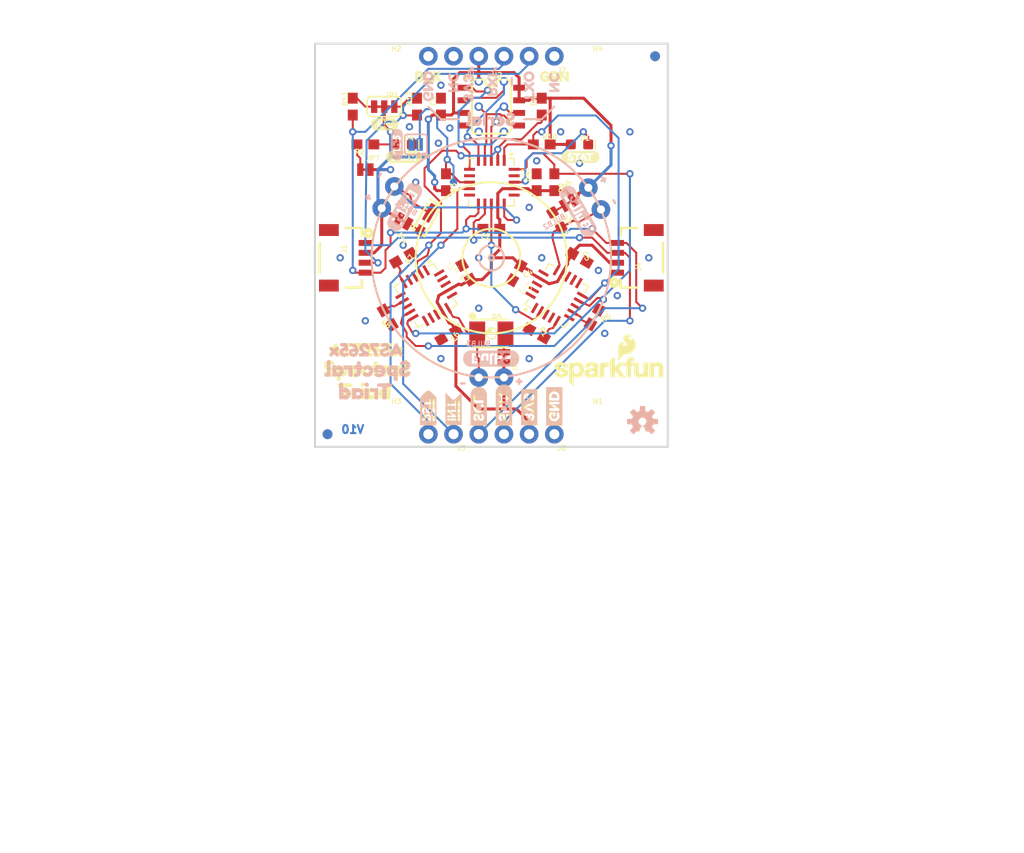
<source format=kicad_pcb>
(kicad_pcb (version 20211014) (generator pcbnew)
  (layers (0 "F.Cu" signal) (31 "B.Cu" signal) (34 "B.Paste" user) (35 "F.Paste" user) (36 "B.SilkS" user "B.Silkscreen") (37 "F.SilkS" user "F.Silkscreen") (38 "B.Mask" user) (39 "F.Mask" user) (44 "Edge.Cuts" user))
  (net 0 "")
  (net 1 "GND")
  (net 2 "RX/SCL")
  (net 3 "TX/SDA")
  (net 4 "3.3V")
  (net 5 "~{RST}")
  (net 6 "~{INT}")
  (net 7 "N$4")
  (net 8 "N$5")
  (net 9 "I2C_ENB")
  (net 10 "MISO")
  (net 11 "MOSI")
  (net 12 "SCK")
  (net 13 "~{CS_EE}")
  (net 14 "N$2")
  (net 15 "LED_DRV")
  (net 16 "N$6")
  (net 17 "LED_DRV1")
  (net 18 "N$8")
  (net 19 "SCL_S")
  (net 20 "SDA_S")
  (net 21 "N$3")
  (net 22 "N$9")
  (net 23 "~{RST-ADDR}")
  (net 24 "LED_DRV2")
  (net 25 "N$11")
  (net 26 "N$12")
  (net 27 "N$13")
  (net 28 "N$1")
  (net 29 "N$7")
  (footprint "boardEagle:0603" (layer "F.Cu") (at 138.052506 112.306096 120)
    (fp_text reference "R8")
    (fp_text value "10k")
  )
  (footprint "boardEagle:GND-04" (layer "F.Cu") (at 154.8511 123.672599 90)
    (fp_text reference "U$30" hide)
    (fp_text value "" hide)
  )
  (footprint "boardEagle:0603" (layer "F.Cu") (at 153.58109 91.033649 90)
    (fp_text reference "R4")
    (fp_text value "10k")
  )
  (footprint "boardEagle:1X04_NO_SILK" (layer "F.Cu") (at 154.85109 124.053553 180)
    (fp_text reference "J8")
    (fp_text value "PTH")
  )
  (footprint "boardEagle:I_SUPER2_C-()-03" (layer "F.Cu") (at 136.3091 92.811599)
    (fp_text reference "U$2" hide)
    (fp_text value "" hide)
  )
  (footprint "boardEagle:STAND-OFF" (layer "F.Cu") (at 158.6611 122.783599)
    (fp_text reference "H1")
    (fp_text value "STAND-OFF" hide)
  )
  (footprint "boardEagle:SFE_LOGO_NAME_FLAME_.1" (layer "F.Cu") (at 160.4391 117.703599)
    (fp_text reference "LOGO1" hide)
    (fp_text value "SFE_LOGO_NAME_FLAME.1_INCH" hide)
  )
  (footprint "boardEagle:PWR-()-03" (layer "F.Cu") (at 137.8331 96.113599)
    (fp_text reference "U$3" hide)
    (fp_text value "" hide)
  )
  (footprint "boardEagle:0603" (layer "F.Cu") (at 157.391056 106.273599 -30)
    (fp_text reference "C5")
    (fp_text value "10uF")
  )
  (footprint "boardEagle:GRN6" (layer "F.Cu") (at 152.3111 87.985599)
    (fp_text reference "U$18" hide)
    (fp_text value "" hide)
  )
  (footprint "boardEagle:0603" (layer "F.Cu") (at 145.97144 107.734096 120)
    (fp_text reference "C7")
    (fp_text value "10uF")
  )
  (footprint "boardEagle:STAND-OFF" (layer "F.Cu") (at 138.3411 87.223599)
    (fp_text reference "H2")
    (fp_text value "STAND-OFF" hide)
  )
  (footprint "boardEagle:STAT4" (layer "F.Cu") (at 155.4861 96.113599)
    (fp_text reference "U$10" hide)
    (fp_text value "" hide)
  )
  (footprint "boardEagle:LED-0603" (layer "F.Cu") (at 157.391075 94.843634)
    (fp_text reference "D1")
    (fp_text value "BLUE")
  )
  (footprint "boardEagle:SMT-JUMPER_2_NC_TRACE_NO-SILK" (layer "F.Cu") (at 149.771096 116.30659 -90)
    (fp_text reference "JP3")
    (fp_text value "")
  )
  (footprint "boardEagle:TRIAD2" (layer "F.Cu") (at 131.6101 119.735599)
    (fp_text reference "U$11" hide)
    (fp_text value "" hide)
  )
  (footprint "boardEagle:SO08" (layer "F.Cu") (at 148.5011 91.033646 -90)
    (fp_text reference "U2")
    (fp_text value "4MB Flash")
  )
  (footprint "boardEagle:3V3-04" (layer "F.Cu") (at 152.3111 123.672599 90)
    (fp_text reference "U$31" hide)
    (fp_text value "" hide)
  )
  (footprint "boardEagle:0603" (layer "F.Cu") (at 144.192868 114.065581 -150)
    (fp_text reference "C6")
    (fp_text value "0.1uF")
  )
  (footprint "boardEagle:AS7265X0" (layer "F.Cu") (at 130.9751 115.544599)
    (fp_text reference "U$4" hide)
    (fp_text value "" hide)
  )
  (footprint "boardEagle:0603" (layer "F.Cu") (at 143.929137 98.653631 -90)
    (fp_text reference "R3")
    (fp_text value "10k")
  )
  (footprint "boardEagle:1X04_1MM_RA" (layer "F.Cu") (at 161.201053 106.273599 90)
    (fp_text reference "J4")
    (fp_text value "")
  )
  (footprint "boardEagle:0603" (layer "F.Cu") (at 141.008112 91.033649 90)
    (fp_text reference "R12")
    (fp_text value "2.2k")
  )
  (footprint "boardEagle:STAND-OFF" (layer "F.Cu") (at 158.6611 87.223599)
    (fp_text reference "H4")
    (fp_text value "STAND-OFF" hide)
  )
  (footprint "boardEagle:1X02_NO_SILK" (layer "F.Cu") (at 144.691109 124.053553 180)
    (fp_text reference "J3")
    (fp_text value "")
  )
  (footprint "boardEagle:0603" (layer "F.Cu") (at 153.073068 98.653631 90)
    (fp_text reference "C3")
    (fp_text value "10uF")
  )
  (footprint "boardEagle:FIDUCIAL-1X2" (layer "F.Cu") (at 131.9911 124.053599)
    (fp_text reference "FD1" hide)
    (fp_text value "FIDUCIAL1X2" hide)
  )
  (footprint "boardEagle:SMT-JUMPER_2_NC_TRACE_NO-SILK" (layer "F.Cu") (at 135.8011 97.383599)
    (fp_text reference "JP7")
    (fp_text value "")
  )
  (footprint "boardEagle:CREATIVE_COMMONS" (layer "F.Cu") (at 119.2911 165.963599)
    (fp_text reference "FRAME3" hide)
    (fp_text value "FRAME-LETTER" hide)
  )
  (footprint "boardEagle:1X06_NO_SILK" (layer "F.Cu") (at 154.851093 85.95364 180)
    (fp_text reference "J2")
    (fp_text value "Serial Interface" hide)
  )
  (footprint "boardEagle:1X04_1MM_RA" (layer "F.Cu") (at 135.801146 106.273599 -90)
    (fp_text reference "J1")
    (fp_text value "")
  )
  (footprint "boardEagle:0603" (layer "F.Cu") (at 139.611143 106.273599 -150)
    (fp_text reference "R7")
    (fp_text value "10k")
  )
  (footprint "boardEagle:STAND-OFF" (layer "F.Cu") (at 138.3411 122.783599)
    (fp_text reference "H3")
    (fp_text value "STAND-OFF" hide)
  )
  (footprint "boardEagle:SPECTRAL1" (layer "F.Cu") (at 130.2131 117.449599)
    (fp_text reference "U$9" hide)
    (fp_text value "" hide)
  )
  (footprint "boardEagle:LGA20" (layer "F.Cu") (at 155.09999 110.083565 60)
    (fp_text reference "U3")
    (fp_text value "AS72652")
  )
  (footprint "boardEagle:LGA20" (layer "F.Cu") (at 148.5011 98.653646 -90)
    (fp_text reference "U1")
    (fp_text value "AS72651")
  )
  (footprint "boardEagle:SMT-JUMPER_2_NC_TRACE_NO-SILK" (layer "F.Cu") (at 156.305481 100.741212 30)
    (fp_text reference "JP5")
    (fp_text value "")
  )
  (footprint "boardEagle:0603" (layer "F.Cu") (at 154.851068 98.653637 -90)
    (fp_text reference "R9")
    (fp_text value "2.2k")
  )
  (footprint "boardEagle:0603" (layer "F.Cu") (at 151.041062 107.797574 -120)
    (fp_text reference "C4")
    (fp_text value "0.1uF")
  )
  (footprint "boardEagle:0603" (layer "F.Cu") (at 135.8011 94.843599 180)
    (fp_text reference "R2")
    (fp_text value "1k")
  )
  (footprint "boardEagle:LED-0603" (layer "F.Cu") (at 139.6111 94.843599)
    (fp_text reference "D4")
    (fp_text value "RED")
  )
  (footprint "boardEagle:0603" (layer "F.Cu") (at 153.073062 113.893568 -30)
    (fp_text reference "R1")
    (fp_text value "10k")
  )
  (footprint "boardEagle:SMT-JUMPER_2_NC_TRACE_NO-SILK" (layer "F.Cu") (at 139.648234 102.593003 150)
    (fp_text reference "JP4")
    (fp_text value "")
  )
  (footprint "boardEagle:PLCC-2" (layer "F.Cu") (at 148.5011 113.893599)
    (fp_text reference "D5")
    (fp_text value "UV")
  )
  (footprint "boardEagle:SUPER_BRIGHT_SMD_LED_3014" (layer "F.Cu") (at 141.902209 102.463634 60)
    (fp_text reference "D2")
    (fp_text value "5700k")
  )
  (footprint "boardEagle:SCL-[)" (layer "F.Cu") (at 147.2311 123.672599 90)
    (fp_text reference "U$33" hide)
    (fp_text value "" hide)
  )
  (footprint "boardEagle:0603" (layer "F.Cu") (at 153.58109 94.84364)
    (fp_text reference "R10")
    (fp_text value "2.2k")
  )
  (footprint "boardEagle:INT#-[_-04" (layer "F.Cu") (at 144.6911 123.799599 90)
    (fp_text reference "U$34" hide)
    (fp_text value "" hide)
  )
  (footprint "boardEagle:0603" (layer "F.Cu") (at 158.9151 112.242599 -120)
    (fp_text reference "R5")
    (fp_text value "10k")
  )
  (footprint "boardEagle:0603" (layer "F.Cu") (at 148.5011 103.352646 180)
    (fp_text reference "C2")
    (fp_text value "0.1uF")
  )
  (footprint "boardEagle:LED-0603" (layer "F.Cu") (at 155.1051 102.463599 -60)
    (fp_text reference "D3")
    (fp_text value "IR")
  )
  (footprint "boardEagle:0603" (layer "F.Cu") (at 143.421112 91.033653 90)
    (fp_text reference "C1")
    (fp_text value "1.0uF")
  )
  (footprint "boardEagle:RST#-[_-04" (layer "F.Cu") (at 142.1511 123.799599 90)
    (fp_text reference "U$35" hide)
    (fp_text value "" hide)
  )
  (footprint "boardEagle:0603" (layer "F.Cu") (at 134.531128 91.033631 90)
    (fp_text reference "R11")
    (fp_text value "2.2k")
  )
  (footprint "boardEagle:BLK7" (layer "F.Cu") (at 139.8651 87.985599)
    (fp_text reference "U$16" hide)
    (fp_text value "" hide)
  )
  (footprint "boardEagle:FIDUCIAL-1X2" (layer "F.Cu") (at 165.0111 85.953599)
    (fp_text reference "FD2" hide)
    (fp_text value "FIDUCIAL1X2" hide)
  )
  (footprint "boardEagle:LGA20" (layer "F.Cu") (at 141.902218 110.083568 -60)
    (fp_text reference "U4")
    (fp_text value "AS72653")
  )
  (footprint "boardEagle:SMT-JUMPER_3_2-NC_TRACE_SILK" (layer "F.Cu") (at 137.7061 91.033599)
    (fp_text reference "JP1")
    (fp_text value "")
  )
  (footprint "boardEagle:SDA-[)" (layer "F.Cu") (at 149.7711 123.672599 90)
    (fp_text reference "U$32" hide)
    (fp_text value "" hide)
  )
  (footprint "boardEagle:CREATIVE_COMMONS" (layer "F.Cu") (at 119.2911 155.803599)
    (fp_text reference "FRAME1" hide)
    (fp_text value "FRAME-LETTER" hide)
  )
  (footprint "boardEagle:INT#-[_-04" (layer "B.Cu") (at 144.6911 123.799599 90)
    (fp_text reference "U$28" hide)
    (fp_text value "" hide)
  )
  (footprint "boardEagle:BULB37" (layer "B.Cu") (at 145.5801 116.433599)
    (fp_text reference "U$7" hide)
    (fp_text value "" hide)
  )
  (footprint "boardEagle:SMT-JUMPER_2_NO_SILK" (layer "B.Cu") (at 140.8811 94.843599)
    (fp_text reference "JP2")
    (fp_text value "")
  )
  (footprint "boardEagle:SPECTRAL1" (layer "B.Cu") (at 141.7701 117.449599 180)
    (fp_text reference "U$13" hide)
    (fp_text value "" hide)
  )
  (footprint "boardEagle:GND5" (layer "B.Cu") (at 142.1511 91.414599 90)
    (fp_text reference "U$17" hide)
    (fp_text value "" hide)
  )
  (footprint "boardEagle:2X3_TEST_POINTS" (layer "B.Cu") (at 148.5011 91.033646 -90)
    (fp_text reference "J5")
    (fp_text value "Flash Programming")
  )
  (footprint "boardEagle:#1" (layer "B.Cu") (at 137.7061 96.748599 -120)
    (fp_text reference "U$39" hide)
    (fp_text value "" hide)
  )
  (footprint "boardEagle:3V33" (layer "B.Cu") (at 146.2151 91.668599 90)
    (fp_text reference "U$15" hide)
    (fp_text value "" hide)
  )
  (footprint "boardEagle:FIDUCIAL-1X2" (layer "B.Cu") (at 165.0111 85.953599 180)
    (fp_text reference "FD3" hide)
    (fp_text value "FIDUCIAL1X2" hide)
  )
  (footprint "boardEagle:LED_5MM_NOSILK" (layer "B.Cu") (at 138.087128 100.177631 60)
    (fp_text reference "BULB1")
    (fp_text value "")
  )
  (footprint "boardEagle:SDA-[)" (layer "B.Cu") (at 149.7711 123.672599 90)
    (fp_text reference "U$26" hide)
    (fp_text value "" hide)
  )
  (footprint "boardEagle:#0" (layer "B.Cu") (at 136.5631 99.034599 -120)
    (fp_text reference "U$36" hide)
    (fp_text value "" hide)
  )
  (footprint "boardEagle:#1" (layer "B.Cu") (at 161.7091 101.574599 120)
    (fp_text reference "U$40" hide)
    (fp_text value "" hide)
  )
  (footprint "boardEagle:BULB26" (layer "B.Cu") (at 158.7881 104.241599 120)
    (fp_text reference "U$6" hide)
    (fp_text value "" hide)
  )
  (footprint "boardEagle:PAD.03X.03" (layer "B.Cu") (at 144.6911 98.653599 180)
    (fp_text reference "TP1" hide)
    (fp_text value "" hide)
  )
  (footprint "boardEagle:AS7265X0" (layer "B.Cu") (at 140.7541 115.544599 180)
    (fp_text reference "U$14" hide)
    (fp_text value "" hide)
  )
  (footprint "boardEagle:SCL-[)" (layer "B.Cu") (at 147.2311 123.672599 90)
    (fp_text reference "U$27" hide)
    (fp_text value "" hide)
  )
  (footprint "boardEagle:TXO1" (layer "B.Cu") (at 152.3111 91.541599 90)
    (fp_text reference "U$23" hide)
    (fp_text value "" hide)
  )
  (footprint "boardEagle:LED_5MM_NOSILK" (layer "B.Cu") (at 148.5011 118.338549 180)
    (fp_text reference "BULB3")
    (fp_text value "")
  )
  (footprint "boardEagle:JP20" (layer "B.Cu") (at 138.9761 96.494599 90)
    (fp_text reference "U$8" hide)
    (fp_text value "" hide)
  )
  (footprint "boardEagle:SERIAL0" (layer "B.Cu") (at 152.0571 92.303599 180)
    (fp_text reference "U$22" hide)
    (fp_text value "" hide)
  )
  (footprint "boardEagle:RST#-[_-04" (layer "B.Cu") (at 142.1511 123.799599 90)
    (fp_text reference "U$29" hide)
    (fp_text value "" hide)
  )
  (footprint "boardEagle:#1" (layer "B.Cu") (at 146.8501 118.719599 180)
    (fp_text reference "U$38" hide)
    (fp_text value "" hide)
  )
  (footprint "boardEagle:NC4" (layer "B.Cu") (at 154.8511 90.525599 90)
    (fp_text reference "U$19" hide)
    (fp_text value "" hide)
  )
  (footprint "boardEagle:LED_5MM_NOSILK" (layer "B.Cu") (at 158.915059 100.304621 -60)
    (fp_text reference "BULB2")
    (fp_text value "")
  )
  (footprint "boardEagle:#0" (layer "B.Cu") (at 160.5661 99.415599 120)
    (fp_text reference "U$1" hide)
    (fp_text value "" hide)
  )
  (footprint "boardEagle:TRIAD2" (layer "B.Cu") (at 139.8651 119.735599 180)
    (fp_text reference "U$12" hide)
    (fp_text value "" hide)
  )
  (footprint "boardEagle:#0" (layer "B.Cu") (at 152.5651 118.592599 180)
    (fp_text reference "U$37" hide)
    (fp_text value "" hide)
  )
  (footprint "boardEagle:OSHW-LOGO-S" (layer "B.Cu") (at 163.7411 122.783599 180)
    (fp_text reference "LOGO4" hide)
    (fp_text value "OSHW-LOGOS" hide)
  )
  (footprint "boardEagle:GND-04" (layer "B.Cu") (at 154.8511 123.672599 90)
    (fp_text reference "U$25" hide)
    (fp_text value "" hide)
  )
  (footprint "boardEagle:3V3-04" (layer "B.Cu") (at 152.3111 123.672599 90)
    (fp_text reference "U$24" hide)
    (fp_text value "" hide)
  )
  (footprint "boardEagle:BULB15" (layer "B.Cu") (at 141.1351 98.780599 -120)
    (fp_text reference "U$5" hide)
    (fp_text value "" hide)
  )
  (footprint "boardEagle:NC4" (layer "B.Cu") (at 144.6911 90.525599 90)
    (fp_text reference "U$20" hide)
    (fp_text value "" hide)
  )
  (footprint "boardEagle:FIDUCIAL-1X2" (layer "B.Cu") (at 131.9911 124.053599 180)
    (fp_text reference "FD4" hide)
    (fp_text value "FIDUCIAL1X2" hide)
  )
  (footprint "boardEagle:RXI2" (layer "B.Cu") (at 148.6281 90.906599 90)
    (fp_text reference "U$21" hide)
    (fp_text value "" hide)
  )
  (gr_circle (center 148.5011 106.273599) (end 148.7551 106.273599) (layer "B.SilkS") (width 0.2032) (fill none))
  (gr_line (start 151.8031 92.303599) (end 153.5811 92.303599) (layer "B.SilkS") (width 0.2032))
  (gr_line (start 146.2151 87.477599) (end 146.5961 87.096599) (layer "B.SilkS") (width 0.2032))
  (gr_line (start 148.6281 87.477599) (end 149.0091 87.096599) (layer "B.SilkS") (width 0.2032))
  (gr_line (start 145.1991 92.303599) (end 143.4211 92.303599) (layer "B.SilkS") (width 0.2032))
  (gr_line (start 153.5811 92.303599) (end 154.8511 91.033599) (layer "B.SilkS") (width 0.2032))
  (gr_circle (center 148.5011 106.273599) (end 160.566765 106.273599) (layer "B.SilkS") (width 0.2032) (fill none))
  (gr_line (start 143.4211 92.303599) (end 142.1511 91.033599) (layer "B.SilkS") (width 0.2032))
  (gr_circle (center 148.5011 106.273599) (end 149.7711 106.273599) (layer "B.SilkS") (width 0.2032) (fill none))
  (gr_circle (center 148.5011 106.273599) (end 156.1211 106.273599) (layer "F.SilkS") (width 0.2032) (fill none))
  (gr_circle (center 148.5011 106.273599) (end 149.7711 106.273599) (layer "F.SilkS") (width 0.2032) (fill none))
  (gr_circle (center 148.5011 106.273599) (end 151.4221 106.273599) (layer "F.SilkS") (width 0.2032) (fill none))
  (gr_circle (center 148.5011 106.273599) (end 160.566765 106.273599) (layer "F.SilkS") (width 0.2032) (fill none))
  (gr_circle (center 148.5011 106.273599) (end 148.7551 106.273599) (layer "F.SilkS") (width 0.2032) (fill none))
  (gr_line (start 166.281059 125.323571) (end 130.721128 125.323568) (layer "Edge.Cuts") (width 0.2032))
  (gr_line (start 130.721128 125.323568) (end 130.721128 84.683628) (layer "Edge.Cuts") (width 0.2032))
  (gr_line (start 166.281071 84.683631) (end 166.281059 125.323571) (layer "Edge.Cuts") (width 0.2032))
  (gr_line (start 130.721128 84.683628) (end 166.281071 84.683631) (layer "Edge.Cuts") (width 0.2032))
  (gr_text "V10" (at 134.5311 124.053599) (layer "B.Cu") (effects (font (size 0.8128 0.8128) (thickness 0.2032)) (justify bottom mirror)))
  (via (at 155.4861 93.573599) (size 0.7366) (drill 0.381) (layers "F.Cu" "B.Cu") (net 1))
  (via (at 164.3761 106.273599) (size 0.7366) (drill 0.381) (layers "F.Cu" "B.Cu") (net 1))
  (via (at 159.9311 113.893599) (size 0.7366) (drill 0.381) (layers "F.Cu" "B.Cu") (net 1))
  (via (at 144.3101 93.192599) (size 0.7366) (drill 0.381) (layers "F.Cu" "B.Cu") (net 1))
  (via (at 152.3111 116.433599) (size 0.7366) (drill 0.381) (layers "F.Cu" "B.Cu") (net 1))
  (via (at 139.6111 105.003599) (size 0.7366) (drill 0.381) (layers "F.Cu" "B.Cu") (net 1))
  (via (at 161.2011 110.083599) (size 0.7366) (drill 0.381) (layers "F.Cu" "B.Cu") (net 1))
  (via (at 157.3911 96.748599) (size 0.7366) (drill 0.381) (layers "F.Cu" "B.Cu") (net 1))
  (via (at 143.1671 94.716599) (size 0.7366) (drill 0.381) (layers "F.Cu" "B.Cu") (net 1))
  (via (at 152.3111 101.193599) (size 0.7366) (drill 0.381) (layers "F.Cu" "B.Cu") (net 1))
  (via (at 135.8011 112.623599) (size 0.7366) (drill 0.381) (layers "F.Cu" "B.Cu") (net 1))
  (via (at 143.4211 116.433599) (size 0.7366) (drill 0.381) (layers "F.Cu" "B.Cu") (net 1))
  (via (at 133.2611 106.273599) (size 0.7366) (drill 0.381) (layers "F.Cu" "B.Cu") (net 1))
  (via (at 143.4211 88.874599) (size 0.7366) (drill 0.381) (layers "F.Cu" "B.Cu") (net 1))
  (via (at 140.8811 98.653599) (size 0.7366) (drill 0.381) (layers "F.Cu" "B.Cu") (net 1))
  (via (at 162.4711 93.573599) (size 0.7366) (drill 0.381) (layers "F.Cu" "B.Cu") (net 1))
  (via (at 153.5811 106.273599) (size 0.7366) (drill 0.381) (layers "F.Cu" "B.Cu") (net 1))
  (via (at 147.2311 111.353599) (size 0.7366) (drill 0.381) (layers "F.Cu" "B.Cu") (net 1))
  (via (at 153.0731 96.494599) (size 0.7366) (drill 0.381) (layers "F.Cu" "B.Cu") (net 1))
  (via (at 159.2961 107.543599) (size 0.7366) (drill 0.381) (layers "F.Cu" "B.Cu") (net 1))
  (via (at 140.2461 93.065599) (size 0.7366) (drill 0.381) (layers "F.Cu" "B.Cu") (net 1))
  (via (at 147.2311 106.273599) (size 0.7366) (drill 0.381) (layers "F.Cu" "B.Cu") (net 1))
  (segment (start 138.3411 105.003599) (end 137.8331 105.511599) (width 0.2032) (layer "F.Cu") (net 2))
  (segment (start 163.1061 105.765599) (end 162.1141 104.773599) (width 0.2032) (layer "F.Cu") (net 2))
  (segment (start 146.3421 102.082599) (end 145.9611 102.463599) (width 0.2032) (layer "F.Cu") (net 2))
  (segment (start 145.9611 102.463599) (end 145.9611 103.352599) (width 0.2032) (layer "F.Cu") (net 2))
  (segment (start 147.2011 101.731599) (end 146.8501 102.082599) (width 0.2032) (layer "F.Cu") (net 2))
  (segment (start 137.8331 107.289599) (end 137.3491 107.773599) (width 0.2032) (layer "F.Cu") (net 2))
  (segment (start 137.8331 105.511599) (end 137.8331 107.289599) (width 0.2032) (layer "F.Cu") (net 2))
  (segment (start 134.531137 93.573637) (end 134.531128 91.883631) (width 0.2032) (layer "F.Cu") (net 2))
  (segment (start 163.7411 111.353599) (end 163.1061 110.718599) (width 0.2032) (layer "F.Cu") (net 2))
  (segment (start 162.1141 104.773599) (end 161.201053 104.773599) (width 0.2032) (layer "F.Cu") (net 2))
  (segment (start 137.3491 107.773599) (end 135.801146 107.773599) (width 0.2032) (layer "F.Cu") (net 2))
  (segment (start 160.0821 104.773599) (end 158.6611 103.352599) (width 0.2032) (layer "F.Cu") (net 2))
  (segment (start 146.8501 102.082599) (end 146.3421 102.082599) (width 0.2032) (layer "F.Cu") (net 2))
  (segment (start 138.3411 103.733599) (end 138.3411 105.003599) (width 0.2032) (layer "F.Cu") (net 2))
  (segment (start 161.201053 104.773599) (end 160.0821 104.773599) (width 0.2032) (layer "F.Cu") (net 2))
  (segment (start 147.2011 100.853646) (end 147.2011 101.731599) (width 0.2032) (layer "F.Cu") (net 2))
  (segment (start 135.801146 107.773599) (end 134.7611 107.773599) (width 0.2032) (layer "F.Cu") (net 2))
  (segment (start 134.7611 107.773599) (end 134.5311 107.543599) (width 0.2032) (layer "F.Cu") (net 2))
  (segment (start 163.1061 105.765599) (end 163.1061 110.718599) (width 0.2032) (layer "F.Cu") (net 2))
  (via (at 145.9611 103.352599) (size 0.7366) (drill 0.381) (layers "F.Cu" "B.Cu") (net 2))
  (via (at 138.3411 103.733599) (size 0.7366) (drill 0.381) (layers "F.Cu" "B.Cu") (net 2))
  (via (at 158.6611 103.352599) (size 0.7366) (drill 0.381) (layers "F.Cu" "B.Cu") (net 2))
  (via (at 134.5311 107.543599) (size 0.7366) (drill 0.381) (layers "F.Cu" "B.Cu") (net 2))
  (via (at 134.531137 93.573637) (size 0.7366) (drill 0.381) (layers "F.Cu" "B.Cu") (net 2))
  (via (at 163.7411 111.353599) (size 0.7366) (drill 0.381) (layers "F.Cu" "B.Cu") (net 2))
  (segment (start 156.1211 103.733599) (end 147.4851 103.733599) (width 0.2032) (layer "B.Cu") (net 2))
  (segment (start 158.6611 103.352599) (end 156.5021 103.352599) (width 0.2032) (layer "B.Cu") (net 2))
  (segment (start 156.5021 103.352599) (end 156.1211 103.733599) (width 0.2032) (layer "B.Cu") (net 2))
  (segment (start 134.531137 93.573637) (end 134.531137 107.543562) (width 0.2032) (layer "B.Cu") (net 2))
  (segment (start 149.771087 86.715637) (end 149.263093 87.22364) (width 0.2032) (layer "B.Cu") (net 2))
  (segment (start 149.771043 121.513599) (end 147.23109 124.053553) (width 0.2032) (layer "B.Cu") (net 2))
  (segment (start 147.4851 103.733599) (end 147.1041 103.352599) (width 0.2032) (layer "B.Cu") (net 2))
  (segment (start 147.1041 103.352599) (end 145.9611 103.352599) (width 0.2032) (layer "B.Cu") (net 2))
  (segment (start 149.263093 87.22364) (end 142.151059 87.22364) (width 0.2032) (layer "B.Cu") (net 2))
  (segment (start 134.531137 107.543562) (end 134.5311 107.543599) (width 0.2032) (layer "B.Cu") (net 2))
  (segment (start 135.8011 93.573599) (end 134.531175 93.573599) (width 0.2032) (layer "B.Cu") (net 2))
  (segment (start 149.7711 121.513599) (end 149.771043 121.513599) (width 0.2032) (layer "B.Cu") (net 2))
  (segment (start 159.9311 111.353599) (end 149.7711 121.513599) (width 0.2032) (layer "B.Cu") (net 2))
  (segment (start 142.151059 87.22364) (end 135.8011 93.573599) (width 0.2032) (layer "B.Cu") (net 2))
  (segment (start 145.5801 103.733599) (end 138.3411 103.733599) (width 0.2032) (layer "B.Cu") (net 2))
  (segment (start 163.7411 111.353599) (end 159.9311 111.353599) (width 0.2032) (layer "B.Cu") (net 2))
  (segment (start 149.771093 85.95364) (end 149.771087 86.715637) (width 0.2032) (layer "B.Cu") (net 2))
  (segment (start 134.531175 93.573599) (end 134.531137 93.573637) (width 0.2032) (layer "B.Cu") (net 2))
  (segment (start 145.9611 103.352599) (end 145.5801 103.733599) (width 0.2032) (layer "B.Cu") (net 2))
  (segment (start 161.201053 105.773599) (end 160.1931 105.773599) (width 0.2032) (layer "F.Cu") (net 3))
  (segment (start 136.5711 106.773599) (end 135.801146 106.773599) (width 0.2032) (layer "F.Cu") (net 3))
  (segment (start 137.0711 106.781599) (end 136.5711 106.773599) (width 0.2032) (layer "F.Cu") (net 3))
  (segment (start 147.2311 102.463599) (end 146.9771 102.463599) (width 0.2032) (layer "F.Cu") (net 3))
  (segment (start 160.1931 105.773599) (end 158.6611 104.241599) (width 0.2032) (layer "F.Cu") (net 3))
  (segment (start 141.008112 91.883649) (end 140.969134 91.922628) (width 0.2032) (layer "F.Cu") (net 3))
  (segment (start 162.4711 106.273599) (end 162.4711 112.623599) (width 0.2032) (layer "F.Cu") (net 3))
  (segment (start 162.4711 106.273599) (end 161.9711 105.773599) (width 0.2032) (layer "F.Cu") (net 3))
  (segment (start 161.9711 105.773599) (end 161.201053 105.773599) (width 0.2032) (layer "F.Cu") (net 3))
  (segment (start 158.6611 104.241599) (end 157.3911 104.241599) (width 0.2032) (layer "F.Cu") (net 3))
  (segment (start 140.969134 91.922628) (end 139.611131 91.922628) (width 0.2032) (layer "F.Cu") (net 3))
  (segment (start 146.7231 102.717599) (end 146.7231 104.495599) (width 0.2032) (layer "F.Cu") (net 3))
  (segment (start 147.8511 101.843599) (end 147.2311 102.463599) (width 0.2032) (layer "F.Cu") (net 3))
  (segment (start 147.8511 100.853646) (end 147.8511 101.843599) (width 0.2032) (layer "F.Cu") (net 3))
  (segment (start 146.9771 102.463599) (end 146.7231 102.717599) (width 0.2032) (layer "F.Cu") (net 3))
  (via (at 139.611131 91.922628) (size 0.7366) (drill 0.381) (layers "F.Cu" "B.Cu") (net 3))
  (via (at 157.3911 104.241599) (size 0.7366) (drill 0.381) (layers "F.Cu" "B.Cu") (net 3))
  (via (at 162.4711 112.623599) (size 0.7366) (drill 0.381) (layers "F.Cu" "B.Cu") (net 3))
  (via (at 146.7231 104.495599) (size 0.7366) (drill 0.381) (layers "F.Cu" "B.Cu") (net 3))
  (via (at 137.0711 106.781599) (size 0.7366) (drill 0.381) (layers "F.Cu" "B.Cu") (net 3))
  (segment (start 146.7231 104.495599) (end 146.4691 104.241599) (width 0.2032) (layer "B.Cu") (net 3))
  (segment (start 138.976159 92.557599) (end 137.8331 92.557599) (width 0.2032) (layer "B.Cu") (net 3))
  (segment (start 151.2951 87.731599) (end 142.913159 87.731599) (width 0.2032) (layer "B.Cu") (net 3))
  (segment (start 146.9771 104.241599) (end 146.7231 104.495599) (width 0.2032) (layer "B.Cu") (net 3))
  (segment (start 138.3411 105.003599) (end 135.8011 105.003599) (width 0.2032) (layer "B.Cu") (net 3))
  (segment (start 152.311093 86.715606) (end 151.2951 87.731599) (width 0.2032) (layer "B.Cu") (net 3))
  (segment (start 146.4691 104.241599) (end 139.1031 104.241599) (width 0.2032) (layer "B.Cu") (net 3))
  (segment (start 139.611131 91.922628) (end 138.976159 92.557599) (width 0.2032) (layer "B.Cu") (net 3))
  (segment (start 139.1031 104.241599) (end 138.3411 105.003599) (width 0.2032) (layer "B.Cu") (net 3))
  (segment (start 139.611131 91.033628) (end 139.611131 91.922628) (width 0.2032) (layer "B.Cu") (net 3))
  (segment (start 135.8011 105.003599) (end 135.8011 105.511599) (width 0.2032) (layer "B.Cu") (net 3))
  (segment (start 157.3911 104.241599) (end 146.9771 104.241599) (width 0.2032) (layer "B.Cu") (net 3))
  (segment (start 152.311093 85.95364) (end 152.311093 86.715606) (width 0.2032) (layer "B.Cu") (net 3))
  (segment (start 142.913159 87.731599) (end 139.611131 91.033628) (width 0.2032) (layer "B.Cu") (net 3))
  (segment (start 137.0711 106.781599) (end 135.8011 105.511599) (width 0.2032) (layer "B.Cu") (net 3))
  (segment (start 135.9281 94.462599) (end 135.8011 105.003599) (width 0.2032) (layer "B.Cu") (net 3))
  (segment (start 162.4711 112.623599) (end 159.9311 112.623599) (width 0.2032) (layer "B.Cu") (net 3))
  (segment (start 137.8331 92.557599) (end 135.9281 94.462599) (width 0.2032) (layer "B.Cu") (net 3))
  (segment (start 149.77109 122.783609) (end 149.77109 124.053553) (width 0.2032) (layer "B.Cu") (net 3))
  (segment (start 159.9311 112.623599) (end 149.77109 122.783609) (width 0.2032) (layer "B.Cu") (net 3))
  (segment (start 144.476106 91.883653) (end 143.421112 91.883653) (width 0.3048) (layer "F.Cu") (net 4))
  (segment (start 153.433131 108.370649) (end 152.552625 107.862293) (width 0.3048) (layer "F.Cu") (net 4))
  (segment (start 148.5011 106.273599) (end 148.5011 107.543599) (width 0.3048) (layer "F.Cu") (net 4))
  (segment (start 154.851068 99.503637) (end 153.073068 99.503631) (width 0.3048) (layer "F.Cu") (net 4))
  (segment (start 151.466062 107.061456) (end 150.678209 106.273599) (width 0.3048) (layer "F.Cu") (net 4))
  (segment (start 155.164512 108.671809) (end 154.338225 108.893212) (width 0.3048) (layer "F.Cu") (net 4))
  (segment (start 147.2311 87.604609) (end 147.2311 88.493646) (width 0.3048) (layer "F.Cu") (net 4))
  (segment (start 150.7871 87.604599) (end 150.78709 87.604609) (width 0.3048) (layer "F.Cu") (net 4))
  (segment (start 143.565134 111.663824) (end 143.028984 110.735184) (width 0.3048) (layer "F.Cu") (net 4))
  (segment (start 137.452128 101.277484) (end 137.4521 105.003599) (width 0.3048) (layer "F.Cu") (net 4))
  (segment (start 152.3111 122.783599) (end 151.0411 121.513599) (width 0.3048) (layer "F.Cu") (net 4))
  (segment (start 151.0411 121.513599) (end 149.7711 121.513599) (width 0.3048) (layer "F.Cu") (net 4))
  (segment (start 154.43109 90.222659) (end 154.4701 90.183649) (width 0.3048) (layer "F.Cu") (net 4))
  (segment (start 152.3111 124.053543) (end 152.31109 124.053553) (width 0.3048) (layer "F.Cu") (net 4))
  (segment (start 136.3091 97.383599) (end 138.3411 97.383599) (width 0.3048) (layer "F.Cu") (net 4))
  (segment (start 149.3511 103.352646) (end 149.351087 102.42464) (width 0.3048) (layer "F.Cu") (net 4))
  (segment (start 156.195709 106.885715) (end 156.151475 106.720621) (width 0.3048) (layer "F.Cu") (net 4))
  (segment (start 143.001131 99.503631) (end 142.7861 99.288599) (width 0.3048) (layer "F.Cu") (net 4))
  (segment (start 156.5021 94.831659) (end 156.514075 94.843634) (width 0.2032) (layer "F.Cu") (net 4))
  (segment (start 157.81115 90.183649) (end 156.5021 90.183649) (width 0.3048) (layer "F.Cu") (net 4))
  (segment (start 160.5661 92.938599) (end 157.81115 90.183649) (width 0.3048) (layer "F.Cu") (net 4))
  (segment (start 144.691112 91.668646) (end 144.476106 91.883653) (width 0.3048) (layer "F.Cu") (net 4))
  (segment (start 149.629053 99.303646) (end 149.1511 99.781599) (width 0.3048) (layer "F.Cu") (net 4))
  (segment (start 156.654934 105.739765) (end 156.654934 105.848599) (width 0.3048) (layer "F.Cu") (net 4))
  (segment (start 156.195709 106.885715) (end 155.637071 107.853312) (width 0.3048) (layer "F.Cu") (net 4))
  (segment (start 144.928987 113.640581) (end 144.514006 112.921803) (width 0.3048) (layer "F.Cu") (net 4))
  (segment (start 137.7061 91.033599) (end 137.7061 92.938599) (width 0.3048) (layer "F.Cu") (net 4))
  (segment (start 154.431096 94.843634) (end 154.43109 94.84364) (width 0.3048) (layer "F.Cu") (net 4))
  (segment (start 150.78709 87.604609) (end 147.2311 87.604609) (width 0.3048) (layer "F.Cu") (net 4))
  (segment (start 137.452128 101.277484) (end 137.452128 101.318703) (width 0.3048) (layer "F.Cu") (net 4))
  (segment (start 154.4701 90.183649) (end 153.58109 90.183649) (width 0.3048) (layer "F.Cu") (net 4))
  (segment (start 156.5021 90.183649) (end 154.4701 90.183649) (width 0.3048) (layer "F.Cu") (net 4))
  (segment (start 142.7861 98.653599) (end 142.7861 99.288599) (width 0.3048) (layer "F.Cu") (net 4))
  (segment (start 160.4311 106.773599) (end 158.6611 105.003599) (width 0.3048) (layer "F.Cu") (net 4))
  (segment (start 149.7711 121.513599) (end 147.2311 121.513599) (width 0.3048) (layer "F.Cu") (net 4))
  (segment (start 149.7711 118.338549) (end 149.771096 116.81459) (width 0.3048) (layer "F.Cu") (net 4))
  (segment (start 155.955137 99.503637) (end 154.851068 99.503637) (width 0.3048) (layer "F.Cu") (net 4))
  (segment (start 144.691112 88.239587) (end 144.691112 91.668646) (width 0.3048) (layer "F.Cu") (net 4))
  (segment (start 156.745421 100.293921) (end 155.955137 99.503637) (width 0.3048) (layer "F.Cu") (net 4))
  (segment (start 151.3011 89.128646) (end 151.301087 88.118649) (width 0.3048) (layer "F.Cu") (net 4))
  (segment (start 154.43109 94.84364) (end 154.43109 90.222659) (width 0.3048) (layer "F.Cu") (net 4))
  (segment (start 142.571046 91.883653) (end 142.1511 92.303599) (width 0.3048) (layer "F.Cu") (net 4))
  (segment (start 149.1511 99.781599) (end 149.1511 100.853646) (width 0.3048) (layer "F.Cu") (net 4))
  (segment (start 153.58109 90.183649) (end 152.526096 90.183643) (width 0.3048) (layer "F.Cu") (net 4))
  (segment (start 145.3261 87.604599) (end 144.691112 88.239587) (width 0.3048) (layer "F.Cu") (net 4))
  (segment (start 136.6821 105.773599) (end 135.801146 105.773599) (width 0.3048) (layer "F.Cu") (net 4))
  (segment (start 149.1511 100.853646) (end 149.151087 102.224649) (width 0.3048) (layer "F.Cu") (net 4))
  (segment (start 154.338225 108.893212) (end 153.433131 108.370649) (width 0.3048) (layer "F.Cu") (net 4))
  (segment (start 157.3911 105.003599) (end 156.654934 105.739765) (width 0.3048) (layer "F.Cu") (net 4))
  (segment (start 151.041096 87.858596) (end 150.7871 87.604599) (width 0.3048) (layer "F.Cu") (net 4))
  (segment (start 143.203834 110.082634) (end 143.028984 110.735184) (width 0.3048) (layer "F.Cu") (net 4))
  (segment (start 144.514006 112.921803) (end 144.250696 112.851253) (width 0.3048) (layer "F.Cu") (net 4))
  (segment (start 151.041096 87.858596) (end 151.041096 87.858653) (width 0.3048) (layer "F.Cu") (net 4))
  (segment (start 149.351087 102.42464) (end 149.151087 102.224649) (width 0.3048) (layer "F.Cu") (net 4))
  (segment (start 152.3111 122.783599) (end 152.3111 124.053543) (width 0.3048) (layer "F.Cu") (net 4))
  (segment (start 152.311096 90.398643) (end 151.3011 90.398646) (width 0.3048) (layer "F.Cu") (net 4))
  (segment (start 147.2311 121.513599) (end 144.92899 119.21149) (width 0.3048) (layer "F.Cu") (net 4))
  (segment (start 151.3011 89.128646) (end 151.3011 90.398646) (width 0.3048) (layer "F.Cu") (net 4))
  (segment (start 151.301087 88.118649) (end 151.041096 87.858653) (width 0.3048) (layer "F.Cu") (net 4))
  (segment (start 149.3511 105.423599) (end 148.5011 106.273599) (width 0.3048) (layer "F.Cu") (net 4))
  (segment (start 157.185362 100.233212) (end 156.745421 100.487212) (width 0.3048) (layer "F.Cu") (net 4))
  (segment (start 153.073068 99.503631) (end 152.399093 99.503646) (width 0.3048) (layer "F.Cu") (net 4))
  (segment (start 155.637071 107.853312) (end 155.164512 108.671809) (width 0.3048) (layer "F.Cu") (net 4))
  (segment (start 144.250696 112.851253) (end 143.565134 111.663824) (width 0.3048) (layer "F.Cu") (net 4))
  (segment (start 144.219075 109.496487) (end 143.203834 110.082634) (width 0.3048) (layer "F.Cu") (net 4))
  (segment (start 152.526096 90.183643) (end 152.311096 90.398643) (width 0.3048) (layer "F.Cu") (net 4))
  (segment (start 150.8011 99.303646) (end 149.629053 99.303646) (width 0.3048) (layer "F.Cu") (net 4))
  (segment (start 145.482784 108.997718) (end 145.2097 108.924546) (width 0.3048) (layer "F.Cu") (net 4))
  (segment (start 145.7011 91.668646) (end 144.691112 91.668646) (width 0.3048) (layer "F.Cu") (net 4))
  (segment (start 146.7231 87.604599) (end 145.3261 87.604599) (width 0.3048) (layer "F.Cu") (net 4))
  (segment (start 146.39644 108.470218) (end 145.482784 108.997718) (width 0.3048) (layer "F.Cu") (net 4))
  (segment (start 161.201053 106.773599) (end 160.4311 106.773599) (width 0.3048) (layer "F.Cu") (net 4))
  (segment (start 152.399093 99.503646) (end 152.199084 99.303643) (width 0.3048) (layer "F.Cu") (net 4))
  (segment (start 148.5011 107.543599) (end 147.574484 108.470215) (width 0.3048) (layer "F.Cu") (net 4))
  (segment (start 156.654934 105.848599) (end 156.151475 106.720621) (width 0.3048) (layer "F.Cu") (net 4))
  (segment (start 156.514075 94.843634) (end 154.431096 94.843634) (width 0.3048) (layer "F.Cu") (net 4))
  (segment (start 147.2311 87.604609) (end 146.723109 87.604609) (width 0.3048) (layer "F.Cu") (net 4))
  (segment (start 143.421112 91.883653) (end 142.571046 91.883653) (width 0.3048) (layer "F.Cu") (net 4))
  (segment (start 149.3511 103.352646) (end 149.3511 105.423599) (width 0.3048) (layer "F.Cu") (net 4))
  (segment (start 160.5661 92.938599) (end 160.5661 94.970599) (width 0.3048) (layer "F.Cu") (net 4))
  (segment (start 145.2097 108.924546) (end 144.219075 109.496487) (width 0.3048) (layer "F.Cu") (net 4))
  (segment (start 147.574484 108.470215) (end 146.39644 108.470218) (width 0.3048) (layer "F.Cu") (net 4))
  (segment (start 146.723109 87.604609) (end 146.7231 87.604599) (width 0.3048) (layer "F.Cu") (net 4))
  (segment (start 147.231093 85.95364) (end 147.231093 87.604603) (width 0.3048) (layer "F.Cu") (net 4))
  (segment (start 157.311021 99.764253) (end 157.185362 100.233212) (width 0.3048) (layer "F.Cu") (net 4))
  (segment (start 147.2311 87.604609) (end 147.231093 87.604603) (width 0.3048) (layer "F.Cu") (net 4))
  (segment (start 152.497621 107.657028) (end 151.466062 107.061456) (width 0.3048) (layer "F.Cu") (net 4))
  (segment (start 149.7711 118.338549) (end 149.7711 121.513599) (width 0.3048) (layer "F.Cu") (net 4))
  (segment (start 158.6611 105.003599) (end 157.3911 105.003599) (width 0.3048) (layer "F.Cu") (net 4))
  (segment (start 138.3411 93.573599) (end 137.7061 92.938599) (width 0.3048) (layer "F.Cu") (net 4))
  (segment (start 156.745421 100.293921) (end 156.745421 100.487212) (width 0.3048) (layer "F.Cu") (net 4))
  (segment (start 144.92899 119.21149) (end 144.928987 113.640581) (width 0.3048) (layer "F.Cu") (net 4))
  (segment (start 137.467215 101.33379) (end 137.452128 101.318703) (width 0.3048) (layer "F.Cu") (net 4))
  (segment (start 139.20829 102.339003) (end 137.467215 101.33379) (width 0.3048) (layer "F.Cu") (net 4))
  (segment (start 150.678209 106.273599) (end 148.5011 106.273599) (width 0.3048) (layer "F.Cu") (net 4))
  (segment (start 156.514075 90.195624) (end 156.5021 90.183649) (width 0.3048) (layer "F.Cu") (net 4))
  (segment (start 152.199084 99.303643) (end 150.8011 99.303646) (width 0.3048) (layer "F.Cu") (net 4))
  (segment (start 143.929137 99.503631) (end 143.001131 99.503631) (width 0.3048) (layer "F.Cu") (net 4))
  (segment (start 137.4521 105.003599) (end 136.6821 105.773599) (width 0.3048) (layer "F.Cu") (net 4))
  (segment (start 152.552625 107.862293) (end 152.497621 107.657028) (width 0.3048) (layer "F.Cu") (net 4))
  (segment (start 158.280059 99.204771) (end 157.311021 99.764253) (width 0.3048) (layer "F.Cu") (net 4))
  (via (at 138.3411 93.573599) (size 0.7366) (drill 0.381) (layers "F.Cu" "B.Cu") (net 4))
  (via (at 160.5661 94.970599) (size 0.7366) (drill 0.381) (layers "F.Cu" "B.Cu") (net 4))
  (via (at 142.7861 98.653599) (size 0.7366) (drill 0.381) (layers "F.Cu" "B.Cu") (net 4))
  (via (at 138.3411 97.383599) (size 0.7366) (drill 0.381) (layers "F.Cu" "B.Cu") (net 4))
  (via (at 142.1511 92.303599) (size 0.7366) (drill 0.381) (layers "F.Cu" "B.Cu") (net 4))
  (segment (start 160.5661 94.970599) (end 160.5661 96.918731) (width 0.3048) (layer "B.Cu") (net 4))
  (segment (start 138.3411 96.113599) (end 137.0711 97.383599) (width 0.3048) (layer "B.Cu") (net 4))
  (segment (start 138.3411 93.573599) (end 138.3411 96.113599) (width 0.3048) (layer "B.Cu") (net 4))
  (segment (start 142.1511 96.113599) (end 142.1511 97.383599) (width 0.3048) (layer "B.Cu") (net 4))
  (segment (start 137.452128 101.277484) (end 137.0711 100.896456) (width 0.3048) (layer "B.Cu") (net 4))
  (segment (start 142.1511 96.113599) (end 138.3411 96.113599) (width 0.3048) (layer "B.Cu") (net 4))
  (segment (start 142.7861 98.018599) (end 142.7861 98.653599) (width 0.3048) (layer "B.Cu") (net 4))
  (segment (start 138.3411 97.383599) (end 137.0711 97.383599) (width 0.3048) (layer "B.Cu") (net 4))
  (segment (start 142.1511 92.303599) (end 142.1511 96.113599) (width 0.3048) (layer "B.Cu") (net 4))
  (segment (start 137.0711 97.383599) (end 137.0711 100.896456) (width 0.3048) (layer "B.Cu") (net 4))
  (segment (start 160.5661 96.918731) (end 158.280059 99.204771) (width 0.3048) (layer "B.Cu") (net 4))
  (segment (start 142.7861 98.018599) (end 142.1511 97.383599) (width 0.3048) (layer "B.Cu") (net 4))
  (segment (start 153.2001 92.684599) (end 151.549046 94.335653) (width 0.2032) (layer "F.Cu") (net 5))
  (segment (start 141.7701 97.256599) (end 141.7701 99.034599) (width 0.2032) (layer "F.Cu") (net 5))
  (segment (start 140.933484 107.105671) (end 141.067371 106.605996) (width 0.2032) (layer "F.Cu") (net 5))
  (segment (start 145.4531 95.986599) (end 144.9451 95.478599) (width 0.2032) (layer "F.Cu") (net 5))
  (segment (start 143.4211 100.685599) (end 143.4211 103.779193) (width 0.2032) (layer "F.Cu") (net 5))
  (segment (start 149.151093 95.209653) (end 149.151093 95.351596) (width 0.2032) (layer "F.Cu") (net 5))
  (segment (start 144.9451 95.478599) (end 143.5481 95.478599) (width 0.2032) (layer "F.Cu") (net 5))
  (segment (start 142.057237 106.034499) (end 141.067371 106.605996) (width 0.2032) (layer "F.Cu") (net 5))
  (segment (start 150.025093 94.335653) (end 149.151093 95.209653) (width 0.2032) (layer "F.Cu") (net 5))
  (segment (start 151.549046 94.335653) (end 150.025093 94.335653) (width 0.2032) (layer "F.Cu") (net 5))
  (segment (start 143.4211 100.685599) (end 141.7701 99.034599) (width 0.2032) (layer "F.Cu") (net 5))
  (segment (start 143.4211 103.779193) (end 142.196693 105.003599) (width 0.2032) (layer "F.Cu") (net 5))
  (segment (start 149.1511 96.453646) (end 149.151093 95.351596) (width 0.2032) (layer "F.Cu") (net 5))
  (segment (start 153.58109 92.557609) (end 153.4541 92.684599) (width 0.2032) (layer "F.Cu") (net 5))
  (segment (start 153.4541 92.684599) (end 153.2001 92.684599) (width 0.2032) (layer "F.Cu") (net 5))
  (segment (start 153.58109 91.883649) (end 153.58109 92.557609) (width 0.2032) (layer "F.Cu") (net 5))
  (segment (start 142.196693 105.003599) (end 142.196693 105.514043) (width 0.2032) (layer "F.Cu") (net 5))
  (segment (start 141.365134 107.853315) (end 140.933484 107.105671) (width 0.2032) (layer "F.Cu") (net 5))
  (segment (start 142.196693 105.514043) (end 142.057237 106.034499) (width 0.2032) (layer "F.Cu") (net 5))
  (segment (start 143.5481 95.478599) (end 141.7701 97.256599) (width 0.2032) (layer "F.Cu") (net 5))
  (via (at 142.196693 105.003599) (size 0.7366) (drill 0.381) (layers "F.Cu" "B.Cu") (net 5))
  (via (at 149.151093 95.351596) (size 0.7366) (drill 0.381) (layers "F.Cu" "B.Cu") (net 5))
  (via (at 145.4531 95.986599) (size 0.7366) (drill 0.381) (layers "F.Cu" "B.Cu") (net 5))
  (segment (start 142.151109 122.783609) (end 142.151109 124.053553) (width 0.2032) (layer "B.Cu") (net 5))
  (segment (start 148.51609 95.986599) (end 145.4531 95.986599) (width 0.2032) (layer "B.Cu") (net 5))
  (segment (start 149.151093 95.351596) (end 148.51609 95.986599) (width 0.2032) (layer "B.Cu") (net 5))
  (segment (start 142.151109 122.783609) (end 138.3411 118.973599) (width 0.2032) (layer "B.Cu") (net 5))
  (segment (start 142.196693 105.003599) (end 138.3411 108.859193) (width 0.2032) (layer "B.Cu") (net 5))
  (segment (start 138.3411 108.859193) (end 138.3411 118.973599) (width 0.2032) (layer "B.Cu") (net 5))
  (segment (start 145.0721 103.352599) (end 143.4211 105.003599) (width 0.2032) (layer "F.Cu") (net 6))
  (segment (start 146.3011 99.303646) (end 145.311053 99.303646) (width 0.2032) (layer "F.Cu") (net 6))
  (segment (start 145.0721 99.542599) (end 145.0721 103.352599) (width 0.2032) (layer "F.Cu") (net 6))
  (segment (start 145.311053 99.303646) (end 145.0721 99.542599) (width 0.2032) (layer "F.Cu") (net 6))
  (via (at 143.4211 105.003599) (size 0.7366) (drill 0.381) (layers "F.Cu" "B.Cu") (net 6))
  (segment (start 144.691109 124.053553) (end 144.691109 124.053609) (width 0.2032) (layer "B.Cu") (net 6))
  (segment (start 143.4211 105.003599) (end 139.6111 108.813599) (width 0.2032) (layer "B.Cu") (net 6))
  (segment (start 139.6111 108.813599) (end 139.6111 118.973599) (width 0.2032) (layer "B.Cu") (net 6))
  (segment (start 144.691109 124.053609) (end 139.6111 118.973599) (width 0.2032) (layer "B.Cu") (net 6))
  (segment (start 139.3571 91.033599) (end 138.7221 91.033599) (width 0.2032) (layer "F.Cu") (net 7))
  (segment (start 140.20705 90.183649) (end 139.3571 91.033599) (width 0.2032) (layer "F.Cu") (net 7))
  (segment (start 141.008112 90.183649) (end 140.20705 90.183649) (width 0.2032) (layer "F.Cu") (net 7))
  (segment (start 136.6901 91.033599) (end 135.8011 91.033599) (width 0.2032) (layer "F.Cu") (net 8))
  (segment (start 135.8011 91.033599) (end 134.951131 90.183631) (width 0.2032) (layer "F.Cu") (net 8))
  (segment (start 134.951131 90.183631) (end 134.531128 90.183631) (width 0.2032) (layer "F.Cu") (net 8))
  (segment (start 143.929137 97.803631) (end 143.929112 96.494646) (width 0.2032) (layer "F.Cu") (net 9))
  (segment (start 146.3011 98.653646) (end 145.326121 98.65364) (width 0.2032) (layer "F.Cu") (net 9))
  (segment (start 145.326121 98.65364) (end 144.476118 97.803649) (width 0.2032) (layer "F.Cu") (net 9))
  (segment (start 144.056112 96.367649) (end 143.929112 96.494646) (width 0.2032) (layer "F.Cu") (net 9))
  (segment (start 144.476118 97.803649) (end 143.929137 97.803631) (width 0.2032) (layer "F.Cu") (net 9))
  (via (at 144.056112 96.367649) (size 0.7366) (drill 0.381) (layers "F.Cu" "B.Cu") (net 9))
  (segment (start 143.0401 91.922599) (end 143.0401 93.192599) (width 0.2032) (layer "B.Cu") (net 9))
  (segment (start 144.6911 97.002637) (end 144.6911 98.653599) (width 0.2032) (layer "B.Cu") (net 9))
  (segment (start 142.4051 91.287599) (end 141.8971 91.287599) (width 0.2032) (layer "B.Cu") (net 9))
  (segment (start 144.6911 97.002637) (end 144.056112 96.367649) (width 0.2032) (layer "B.Cu") (net 9))
  (segment (start 144.056112 94.208612) (end 144.056112 96.367649) (width 0.2032) (layer "B.Cu") (net 9))
  (segment (start 143.0401 91.922599) (end 142.4051 91.287599) (width 0.2032) (layer "B.Cu") (net 9))
  (segment (start 144.056112 94.208612) (end 143.0401 93.192599) (width 0.2032) (layer "B.Cu") (net 9))
  (segment (start 141.8971 91.287599) (end 141.2875 91.897199) (width 0.2032) (layer "B.Cu") (net 9))
  (segment (start 141.2875 91.897199) (end 141.2875 94.843599) (width 0.2032) (layer "B.Cu") (net 9))
  (segment (start 149.771084 89.382643) (end 149.263115 89.890615) (width 0.2032) (layer "F.Cu") (net 10))
  (segment (start 149.263115 89.890615) (end 149.009131 90.144599) (width 0.2032) (layer "F.Cu") (net 10))
  (segment (start 146.5961 90.144599) (end 146.342053 90.398646) (width 0.2032) (layer "F.Cu") (net 10))
  (segment (start 146.342053 90.398646) (end 145.7011 90.398646) (width 0.2032) (layer "F.Cu") (net 10))
  (segment (start 147.201112 94.940612) (end 147.201112 96.210649) (width 0.2032) (layer "F.Cu") (net 10))
  (segment (start 149.771084 88.493662) (end 149.771084 89.382643) (width 0.2032) (layer "F.Cu") (net 10))
  (segment (start 147.201112 94.940612) (end 146.3421 94.081599) (width 0.2032) (layer "F.Cu") (net 10))
  (segment (start 147.201112 96.210649) (end 147.2011 96.453646) (width 0.2032) (layer "F.Cu") (net 10))
  (segment (start 149.009131 90.144599) (end 146.5961 90.144599) (width 0.2032) (layer "F.Cu") (net 10))
  (segment (start 149.7711 88.493646) (end 149.771084 88.493662) (width 0.2032) (layer "F.Cu") (net 10))
  (segment (start 146.3421 94.081599) (end 146.0881 94.081599) (width 0.2032) (layer "F.Cu") (net 10))
  (via (at 146.0881 94.081599) (size 0.7366) (drill 0.381) (layers "F.Cu" "B.Cu") (net 10))
  (segment (start 149.7711 88.493646) (end 149.7711 89.763599) (width 0.2032) (layer "B.Cu") (net 10))
  (segment (start 146.0881 93.446599) (end 146.0881 94.081599) (width 0.2032) (layer "B.Cu") (net 10))
  (segment (start 149.7711 89.763599) (end 146.0881 93.446599) (width 0.2032) (layer "B.Cu") (net 10))
  (segment (start 147.851121 91.653643) (end 147.2311 91.033646) (width 0.2032) (layer "F.Cu") (net 11))
  (segment (start 147.9931 91.795621) (end 147.851121 91.653643) (width 0.2032) (layer "F.Cu") (net 11))
  (segment (start 147.9931 94.843599) (end 147.8511 94.985599) (width 0.2032) (layer "F.Cu") (net 11))
  (segment (start 147.993121 91.795599) (end 147.9931 91.795621) (width 0.2032) (layer "F.Cu") (net 11))
  (segment (start 150.4061 92.557599) (end 149.7711 91.922599) (width 0.2032) (layer "F.Cu") (net 11))
  (segment (start 147.8511 94.985599) (end 147.8511 96.453646) (width 0.2032) (layer "F.Cu") (net 11))
  (segment (start 149.3901 91.795599) (end 147.993121 91.795599) (width 0.2032) (layer "F.Cu") (net 11))
  (segment (start 150.660146 92.938646) (end 150.4061 92.684599) (width 0.2032) (layer "F.Cu") (net 11))
  (segment (start 149.7711 91.922599) (end 149.5171 91.922599) (width 0.2032) (layer "F.Cu") (net 11))
  (segment (start 149.5171 91.922599) (end 149.3901 91.795599) (width 0.2032) (layer "F.Cu") (net 11))
  (segment (start 150.4061 92.557599) (end 150.4061 92.684599) (width 0.2032) (layer "F.Cu") (net 11))
  (segment (start 147.9931 91.795621) (end 147.9931 94.843599) (width 0.2032) (layer "F.Cu") (net 11))
  (segment (start 151.3011 92.938646) (end 150.660146 92.938646) (width 0.2032) (layer "F.Cu") (net 11))
  (segment (start 149.0091 92.557599) (end 148.5011 93.065599) (width 0.2032) (layer "F.Cu") (net 12))
  (segment (start 148.5011 93.065599) (end 148.5011 96.453646) (width 0.2032) (layer "F.Cu") (net 12))
  (segment (start 150.40609 91.668643) (end 149.7711 91.033646) (width 0.2032) (layer "F.Cu") (net 12))
  (segment (start 151.3011 91.668646) (end 150.40609 91.668643) (width 0.2032) (layer "F.Cu") (net 12))
  (via (at 149.0091 92.557599) (size 0.7366) (drill 0.381) (layers "F.Cu" "B.Cu") (net 12))
  (segment (start 149.517053 91.033646) (end 149.0091 91.541599) (width 0.2032) (layer "B.Cu") (net 12))
  (segment (start 149.0091 91.541599) (end 149.0091 92.557599) (width 0.2032) (layer "B.Cu") (net 12))
  (segment (start 149.7711 91.033646) (end 149.517053 91.033646) (width 0.2032) (layer "B.Cu") (net 12))
  (segment (start 146.3011 95.691599) (end 145.4531 94.843599) (width 0.2032) (layer "F.Cu") (net 13))
  (segment (start 148.1201 89.382599) (end 147.9931 89.509599) (width 0.2032) (layer "F.Cu") (net 13))
  (segment (start 146.3011 95.691599) (end 146.3011 97.353646) (width 0.2032) (layer "F.Cu") (net 13))
  (segment (start 146.9771 89.509599) (end 146.596146 89.128646) (width 0.2032) (layer "F.Cu") (net 13))
  (segment (start 146.596146 89.128646) (end 145.7011 89.128646) (width 0.2032) (layer "F.Cu") (net 13))
  (segment (start 147.9931 89.509599) (end 146.9771 89.509599) (width 0.2032) (layer "F.Cu") (net 13))
  (via (at 145.4531 94.843599) (size 0.7366) (drill 0.381) (layers "F.Cu" "B.Cu") (net 13))
  (via (at 148.1201 89.382599) (size 0.7366) (drill 0.381) (layers "F.Cu" "B.Cu") (net 13))
  (segment (start 148.1201 89.382599) (end 147.3581 90.144599) (width 0.2032) (layer "B.Cu") (net 13))
  (segment (start 145.4531 94.843599) (end 145.1991 94.589599) (width 0.2032) (layer "B.Cu") (net 13))
  (segment (start 149.7711 93.573646) (end 148.501146 94.843599) (width 0.2032) (layer "B.Cu") (net 13))
  (segment (start 146.5961 90.144599) (end 145.1991 91.541599) (width 0.2032) (layer "B.Cu") (net 13))
  (segment (start 148.501146 94.843599) (end 145.4531 94.843599) (width 0.2032) (layer "B.Cu") (net 13))
  (segment (start 145.1991 91.541599) (end 145.1991 94.589599) (width 0.2032) (layer "B.Cu") (net 13))
  (segment (start 147.3581 90.144599) (end 146.5961 90.144599) (width 0.2032) (layer "B.Cu") (net 13))
  (segment (start 151.9301 98.526599) (end 151.930053 98.653646) (width 0.2032) (layer "F.Cu") (net 14))
  (segment (start 151.930053 98.653646) (end 150.8011 98.653646) (width 0.2032) (layer "F.Cu") (net 14))
  (segment (start 158.268075 94.069574) (end 157.7721 93.573599) (width 0.2032) (layer "F.Cu") (net 14))
  (segment (start 158.268075 94.843634) (end 158.268075 94.069574) (width 0.2032) (layer "F.Cu") (net 14))
  (via (at 157.7721 93.573599) (size 0.7366) (drill 0.381) (layers "F.Cu" "B.Cu") (net 14))
  (via (at 151.9301 98.526599) (size 0.7366) (drill 0.381) (layers "F.Cu" "B.Cu") (net 14))
  (segment (start 151.9301 96.494599) (end 151.9301 98.526599) (width 0.2032) (layer "B.Cu") (net 14))
  (segment (start 157.7721 93.573599) (end 155.613134 95.732599) (width 0.2032) (layer "B.Cu") (net 14))
  (segment (start 152.6921 95.732599) (end 151.9301 96.494599) (width 0.2032) (layer "B.Cu") (net 14))
  (segment (start 155.613134 95.732599) (end 152.6921 95.732599) (width 0.2032) (layer "B.Cu") (net 14))
  (segment (start 142.315709 101.747434) (end 140.499403 100.698787) (width 0.2032) (layer "F.Cu") (net 15))
  (segment (start 140.499403 100.698787) (end 140.310828 99.995015) (width 0.2032) (layer "F.Cu") (net 15))
  (segment (start 150.1521 102.463599) (end 149.8011 102.112599) (width 0.2032) (layer "F.Cu") (net 15))
  (segment (start 151.0411 102.463599) (end 150.1521 102.463599) (width 0.2032) (layer "F.Cu") (net 15))
  (segment (start 149.8011 100.853646) (end 149.8011 102.112599) (width 0.2032) (layer "F.Cu") (net 15))
  (segment (start 140.310828 99.995015) (end 138.722128 99.077781) (width 0.2032) (layer "F.Cu") (net 15))
  (via (at 151.0411 102.463599) (size 0.7366) (drill 0.381) (layers "F.Cu" "B.Cu") (net 15))
  (segment (start 151.0411 102.463599) (end 149.7711 101.193599) (width 0.2032) (layer "B.Cu") (net 15))
  (segment (start 149.7711 101.193599) (end 140.837946 101.193599) (width 0.2032) (layer "B.Cu") (net 15))
  (segment (start 140.837946 101.193599) (end 138.722128 99.077781) (width 0.2032) (layer "B.Cu") (net 15))
  (segment (start 140.141481 102.832718) (end 140.088175 102.847003) (width 0.2032) (layer "F.Cu") (net 16))
  (segment (start 141.302209 103.502865) (end 140.141481 102.832718) (width 0.2032) (layer "F.Cu") (net 16))
  (segment (start 155.074156 107.528312) (end 155.383846 106.991899) (width 0.2032) (layer "F.Cu") (net 17))
  (segment (start 159.550059 101.404474) (end 157.326478 102.688253) (width 0.2032) (layer "F.Cu") (net 17))
  (segment (start 155.5436 103.223106) (end 154.779228 103.661493) (width 0.2032) (layer "F.Cu") (net 17))
  (segment (start 156.738018 102.530581) (end 155.5436 103.223106) (width 0.2032) (layer "F.Cu") (net 17))
  (segment (start 157.326478 102.688253) (end 156.738018 102.530581) (width 0.2032) (layer "F.Cu") (net 17))
  (segment (start 154.779228 103.661493) (end 154.635346 104.198456) (width 0.2032) (layer "F.Cu") (net 17))
  (segment (start 155.383846 106.991899) (end 154.635346 104.198456) (width 0.2032) (layer "F.Cu") (net 17))
  (segment (start 155.865537 100.995212) (end 154.6666 101.704096) (width 0.2032) (layer "F.Cu") (net 18))
  (segment (start 152.31109 96.113646) (end 152.057093 96.367646) (width 0.2032) (layer "F.Cu") (net 19))
  (segment (start 154.851071 96.87564) (end 154.851071 97.803634) (width 0.2032) (layer "F.Cu") (net 19))
  (segment (start 142.1511 115.163599) (end 140.8811 115.163599) (width 0.2032) (layer "F.Cu") (net 19))
  (segment (start 139.965403 113.841331) (end 139.965403 114.247903) (width 0.2032) (layer "F.Cu") (net 19))
  (segment (start 159.651521 110.337599) (end 159.796756 110.482834) (width 0.2032) (layer "F.Cu") (net 19))
  (segment (start 152.05709 97.129649) (end 151.833087 97.353646) (width 0.2032) (layer "F.Cu") (net 19))
  (segment (start 139.574321 112.178134) (end 139.393903 112.851462) (width 0.2032) (layer "F.Cu") (net 19))
  (segment (start 154.851071 96.87564) (end 154.089087 96.113643) (width 0.2032) (layer "F.Cu") (net 19))
  (segment (start 152.692137 95.732599) (end 152.31109 96.113646) (width 0.2032) (layer "F.Cu") (net 19))
  (segment (start 162.4711 97.803637) (end 154.851068 97.803637) (width 0.2032) (layer "F.Cu") (net 19))
  (segment (start 154.089087 96.113587) (end 153.7081 95.732599) (width 0.2032) (layer "F.Cu") (net 19))
  (segment (start 157.330243 110.620649) (end 158.3873 111.119399) (width 0.2032) (layer "F.Cu") (net 19))
  (segment (start 151.833087 97.353646) (end 150.8011 97.353646) (width 0.2032) (layer "F.Cu") (net 19))
  (segment (start 158.3873 111.119399) (end 159.1691 110.337599) (width 0.2032) (layer "F.Cu") (net 19))
  (segment (start 159.1691 110.337599) (end 159.651521 110.337599) (width 0.2032) (layer "F.Cu") (net 19))
  (segment (start 153.7081 95.732599) (end 152.692137 95.732599) (width 0.2032) (layer "F.Cu") (net 19))
  (segment (start 154.851071 97.803634) (end 154.851068 97.803637) (width 0.2032) (layer "F.Cu") (net 19))
  (segment (start 154.089087 96.113587) (end 154.089087 96.113643) (width 0.2032) (layer "F.Cu") (net 19))
  (segment (start 140.8811 115.163599) (end 139.965403 114.247903) (width 0.2032) (layer "F.Cu") (net 19))
  (segment (start 140.321962 111.746487) (end 139.574321 112.178134) (width 0.2032) (layer "F.Cu") (net 19))
  (segment (start 139.965403 113.841331) (end 139.393903 112.851462) (width 0.2032) (layer "F.Cu") (net 19))
  (segment (start 152.057093 96.367646) (end 152.05709 97.129649) (width 0.2032) (layer "F.Cu") (net 19))
  (via (at 159.796756 110.482834) (size 0.7366) (drill 0.381) (layers "F.Cu" "B.Cu") (net 19))
  (via (at 142.1511 115.163599) (size 0.7366) (drill 0.381) (layers "F.Cu" "B.Cu") (net 19))
  (via (at 162.4711 97.803637) (size 0.7366) (drill 0.381) (layers "F.Cu" "B.Cu") (net 19))
  (segment (start 154.8511 115.163599) (end 142.1511 115.163599) (width 0.2032) (layer "B.Cu") (net 19))
  (segment (start 159.796756 110.482834) (end 159.680646 110.598943) (width 0.2032) (layer "B.Cu") (net 19))
  (segment (start 159.415756 110.598943) (end 154.8511 115.163599) (width 0.2032) (layer "B.Cu") (net 19))
  (segment (start 159.796756 110.482834) (end 159.785865 110.471943) (width 0.2032) (layer "B.Cu") (net 19))
  (segment (start 162.4711 97.803637) (end 162.4711 107.543599) (width 0.2032) (layer "B.Cu") (net 19))
  (segment (start 159.785865 110.228834) (end 159.785865 110.471943) (width 0.2032) (layer "B.Cu") (net 19))
  (segment (start 162.4711 107.543599) (end 159.785865 110.228834) (width 0.2032) (layer "B.Cu") (net 19))
  (segment (start 159.680646 110.598943) (end 159.415756 110.598943) (width 0.2032) (layer "B.Cu") (net 19))
  (segment (start 140.595843 113.917287) (end 140.024346 112.927418) (width 0.2032) (layer "F.Cu") (net 20))
  (segment (start 150.152093 94.843643) (end 149.80109 95.194643) (width 0.2032) (layer "F.Cu") (net 20))
  (segment (start 140.646962 112.309403) (end 140.1063 112.621549) (width 0.2032) (layer "F.Cu") (net 20))
  (segment (start 152.73109 93.915609) (end 152.73109 94.84364) (width 0.2032) (layer "F.Cu") (net 20))
  (segment (start 140.8811 113.893599) (end 140.857412 113.917287) (width 0.2032) (layer "F.Cu") (net 20))
  (segment (start 140.857412 113.917287) (end 140.595843 113.917287) (width 0.2032) (layer "F.Cu") (net 20))
  (segment (start 153.0731 93.573599) (end 152.73109 93.915609) (width 0.2032) (layer "F.Cu") (net 20))
  (segment (start 152.73109 94.84364) (end 150.152093 94.843643) (width 0.2032) (layer "F.Cu") (net 20))
  (segment (start 149.8011 96.453646) (end 149.80109 95.194643) (width 0.2032) (layer "F.Cu") (net 20))
  (segment (start 157.655243 110.057734) (end 158.4071 110.464599) (width 0.2032) (layer "F.Cu") (net 20))
  (segment (start 140.1063 112.621549) (end 140.024346 112.927418) (width 0.2032) (layer "F.Cu") (net 20))
  (segment (start 158.4071 110.464599) (end 159.9311 108.813599) (width 0.2032) (layer "F.Cu") (net 20))
  (segment (start 153.5811 93.573599) (end 153.0731 93.573599) (width 0.2032) (layer "F.Cu") (net 20))
  (via (at 140.8811 113.893599) (size 0.7366) (drill 0.381) (layers "F.Cu" "B.Cu") (net 20))
  (via (at 159.9311 108.813599) (size 0.7366) (drill 0.381) (layers "F.Cu" "B.Cu") (net 20))
  (via (at 153.5811 93.573599) (size 0.7366) (drill 0.381) (layers "F.Cu" "B.Cu") (net 20))
  (segment (start 154.8511 113.893599) (end 140.8811 113.893599) (width 0.2032) (layer "B.Cu") (net 20))
  (segment (start 159.9311 108.813599) (end 154.8511 113.893599) (width 0.2032) (layer "B.Cu") (net 20))
  (segment (start 161.3281 107.416599) (end 159.9311 108.813599) (width 0.2032) (layer "B.Cu") (net 20))
  (segment (start 161.3281 94.208599) (end 161.3281 107.416599) (width 0.2032) (layer "B.Cu") (net 20))
  (segment (start 155.2321 91.922599) (end 153.5811 93.573599) (width 0.2032) (layer "B.Cu") (net 20))
  (segment (start 159.0421 91.922599) (end 155.2321 91.922599) (width 0.2032) (layer "B.Cu") (net 20))
  (segment (start 161.3281 94.208599) (end 159.0421 91.922599) (width 0.2032) (layer "B.Cu") (net 20))
  (segment (start 157.620471 112.549953) (end 157.537856 112.241618) (width 0.2032) (layer "F.Cu") (net 21))
  (segment (start 156.680243 111.746484) (end 157.537856 112.241618) (width 0.2032) (layer "F.Cu") (net 21))
  (segment (start 158.4901 112.978721) (end 157.620471 112.549953) (width 0.2032) (layer "F.Cu") (net 21))
  (segment (start 154.306456 113.457271) (end 153.809181 114.318568) (width 0.2032) (layer "F.Cu") (net 22))
  (segment (start 155.125821 112.638821) (end 154.716759 113.347331) (width 0.2032) (layer "F.Cu") (net 22))
  (segment (start 154.716759 113.347331) (end 154.306456 113.457271) (width 0.2032) (layer "F.Cu") (net 22))
  (segment (start 152.679303 112.498709) (end 150.954809 111.503059) (width 0.2032) (layer "F.Cu") (net 23))
  (segment (start 153.437071 111.663821) (end 153.005509 112.411303) (width 0.2032) (layer "F.Cu") (net 23))
  (segment (start 148.5011 100.853646) (end 148.5011 105.003599) (width 0.2032) (layer "F.Cu") (net 23))
  (segment (start 153.005509 112.411303) (end 152.679303 112.498709) (width 0.2032) (layer "F.Cu") (net 23))
  (via (at 148.5011 105.003599) (size 0.7366) (drill 0.381) (layers "F.Cu" "B.Cu") (net 23))
  (via (at 150.954809 111.503059) (size 0.7366) (drill 0.381) (layers "F.Cu" "B.Cu") (net 23))
  (segment (start 150.954809 111.503059) (end 148.5011 109.049349) (width 0.2032) (layer "B.Cu") (net 23))
  (segment (start 148.5011 105.003599) (end 148.5011 109.049349) (width 0.2032) (layer "B.Cu") (net 23))
  (segment (start 144.12805 111.338824) (end 144.630612 112.209287) (width 0.2032) (layer "F.Cu") (net 24))
  (segment (start 147.0761 113.893599) (end 147.076053 113.893553) (width 0.2032) (layer "F.Cu") (net 24))
  (segment (start 145.227678 112.369271) (end 144.630612 112.209287) (width 0.2032) (layer "F.Cu") (net 24))
  (segment (start 147.2311 116.43359) (end 147.0761 116.27859) (width 0.2032) (layer "F.Cu") (net 24))
  (segment (start 145.9611 113.63959) (end 145.227678 112.369271) (width 0.2032) (layer "F.Cu") (net 24))
  (segment (start 147.2311 116.43359) (end 147.2311 118.338549) (width 0.2032) (layer "F.Cu") (net 24))
  (segment (start 146.215062 113.893553) (end 145.9611 113.63959) (width 0.2032) (layer "F.Cu") (net 24))
  (segment (start 147.0761 113.893599) (end 147.0761 116.27859) (width 0.2032) (layer "F.Cu") (net 24))
  (segment (start 147.076053 113.893553) (end 146.215062 113.893553) (width 0.2032) (layer "F.Cu") (net 24))
  (segment (start 149.771096 113.893603) (end 149.771096 115.79859) (width 0.2032) (layer "F.Cu") (net 25))
  (segment (start 149.7711 113.893599) (end 149.771096 113.893603) (width 0.2032) (layer "F.Cu") (net 25))
  (segment (start 149.9261 113.893599) (end 149.7711 113.893599) (width 0.2032) (layer "F.Cu") (net 25))
  (segment (start 137.627506 111.569978) (end 138.431181 111.105974) (width 0.2032) (layer "F.Cu") (net 26))
  (segment (start 139.671962 110.620653) (end 138.7045 111.179212) (width 0.2032) (layer "F.Cu") (net 26))
  (segment (start 138.7045 111.179212) (end 138.431181 111.105974) (width 0.2032) (layer "F.Cu") (net 26))
  (segment (start 139.676384 108.828315) (end 139.203734 108.009659) (width 0.2032) (layer "F.Cu") (net 27))
  (segment (start 139.203734 108.009659) (end 139.339478 107.503059) (width 0.2032) (layer "F.Cu") (net 27))
  (segment (start 139.339478 107.503059) (end 138.875021 106.698599) (width 0.2032) (layer "F.Cu") (net 27))
  (segment (start 135.2931 96.240599) (end 134.9511 95.898599) (width 0.2032) (layer "F.Cu") (net 28))
  (segment (start 135.2931 97.383599) (end 135.2931 96.240599) (width 0.2032) (layer "F.Cu") (net 28))
  (segment (start 134.9511 95.898599) (end 134.9511 94.843599) (width 0.2032) (layer "F.Cu") (net 28))
  (segment (start 136.6511 94.843599) (end 138.7341 94.843599) (width 0.2032) (layer "F.Cu") (net 29))
)
</source>
